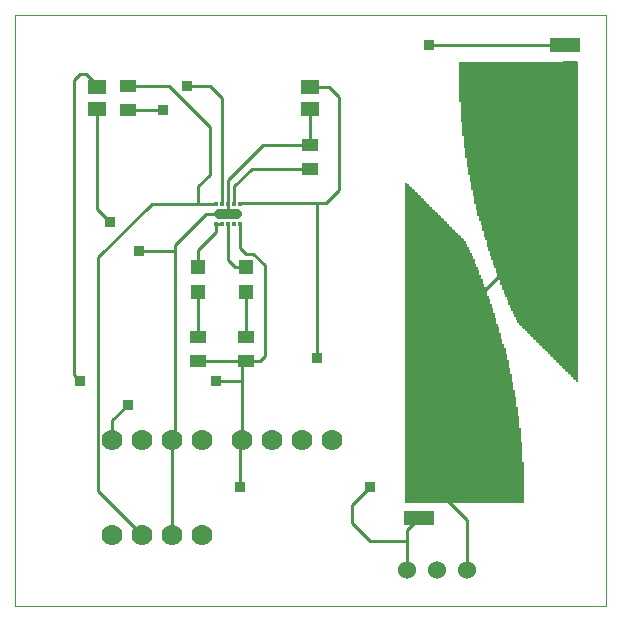
<source format=gtl>
G75*
%MOIN*%
%OFA0B0*%
%FSLAX25Y25*%
%IPPOS*%
%LPD*%
%AMOC8*
5,1,8,0,0,1.08239X$1,22.5*
%
%ADD10C,0.00394*%
%ADD11R,0.05906X0.05118*%
%ADD12C,0.06000*%
%ADD13R,0.04724X0.04724*%
%ADD14R,0.10000X0.05000*%
%ADD15R,0.05512X0.04331*%
%ADD16R,0.05000X0.02500*%
%ADD17C,0.00256*%
%ADD18R,0.01181X0.01378*%
%ADD19C,0.03307*%
%ADD20C,0.07000*%
%ADD21C,0.01000*%
%ADD22R,0.03562X0.03562*%
D10*
X0001197Y0002977D02*
X0198047Y0002977D01*
X0198047Y0199827D01*
X0001197Y0199827D01*
X0001197Y0002977D01*
D11*
X0028559Y0168528D03*
X0028559Y0176008D03*
X0099268Y0176008D03*
X0099268Y0168528D03*
D12*
X0131866Y0014867D03*
X0141866Y0014867D03*
X0151866Y0014867D03*
D13*
X0077969Y0107544D03*
X0077969Y0115812D03*
X0062220Y0115812D03*
X0062220Y0107544D03*
D14*
X0135843Y0032229D03*
X0184268Y0189985D03*
D15*
X0099268Y0156520D03*
X0099268Y0148646D03*
X0077969Y0092347D03*
X0077969Y0084473D03*
X0062220Y0084473D03*
X0062220Y0092347D03*
X0038795Y0168331D03*
X0038795Y0176205D03*
D16*
X0133576Y0038921D03*
X0185904Y0183057D03*
D17*
X0188460Y0183175D02*
X0149090Y0183175D01*
X0149090Y0182921D02*
X0188460Y0182921D01*
X0188460Y0182667D02*
X0149090Y0182667D01*
X0149090Y0182413D02*
X0188460Y0182413D01*
X0188460Y0182159D02*
X0149090Y0182159D01*
X0149090Y0181904D02*
X0188460Y0181904D01*
X0188460Y0181650D02*
X0149090Y0181650D01*
X0149090Y0181396D02*
X0188460Y0181396D01*
X0188460Y0181142D02*
X0149090Y0181142D01*
X0149090Y0180888D02*
X0188460Y0180888D01*
X0188460Y0180634D02*
X0149090Y0180634D01*
X0149090Y0180380D02*
X0188460Y0180380D01*
X0188460Y0180125D02*
X0149090Y0180125D01*
X0149090Y0179871D02*
X0188460Y0179871D01*
X0188460Y0179617D02*
X0149090Y0179617D01*
X0149090Y0179363D02*
X0188460Y0179363D01*
X0188460Y0179109D02*
X0149090Y0179109D01*
X0149090Y0178855D02*
X0188460Y0178855D01*
X0188460Y0178600D02*
X0149090Y0178600D01*
X0149090Y0178346D02*
X0188460Y0178346D01*
X0188460Y0178092D02*
X0149090Y0178092D01*
X0149090Y0177838D02*
X0188460Y0177838D01*
X0188460Y0177584D02*
X0149090Y0177584D01*
X0149090Y0177330D02*
X0188460Y0177330D01*
X0188460Y0177075D02*
X0149090Y0177075D01*
X0149090Y0176821D02*
X0188460Y0176821D01*
X0188460Y0176567D02*
X0149090Y0176567D01*
X0149090Y0176313D02*
X0188460Y0176313D01*
X0188460Y0176059D02*
X0149090Y0176059D01*
X0149090Y0175805D02*
X0188460Y0175805D01*
X0188460Y0175550D02*
X0149090Y0175550D01*
X0149090Y0175296D02*
X0188460Y0175296D01*
X0188460Y0175042D02*
X0149090Y0175042D01*
X0149090Y0174788D02*
X0188460Y0174788D01*
X0188460Y0174534D02*
X0149090Y0174534D01*
X0149090Y0174280D02*
X0188460Y0174280D01*
X0188460Y0174026D02*
X0149090Y0174026D01*
X0149090Y0173771D02*
X0188460Y0173771D01*
X0188460Y0173517D02*
X0149090Y0173517D01*
X0149090Y0173263D02*
X0188460Y0173263D01*
X0188460Y0173009D02*
X0149090Y0173009D01*
X0149090Y0172755D02*
X0188460Y0172755D01*
X0188460Y0172501D02*
X0149090Y0172501D01*
X0149090Y0172246D02*
X0188460Y0172246D01*
X0188460Y0171992D02*
X0149090Y0171992D01*
X0149090Y0171738D02*
X0188460Y0171738D01*
X0188460Y0171484D02*
X0149090Y0171484D01*
X0149090Y0171230D02*
X0188460Y0171230D01*
X0188460Y0170976D02*
X0149602Y0170976D01*
X0149602Y0171041D02*
X0149602Y0164394D01*
X0150113Y0164394D01*
X0150113Y0159793D01*
X0188460Y0159793D01*
X0188460Y0160047D02*
X0150113Y0160047D01*
X0150113Y0160301D02*
X0188460Y0160301D01*
X0188460Y0160555D02*
X0150113Y0160555D01*
X0150113Y0160809D02*
X0188460Y0160809D01*
X0188460Y0161063D02*
X0150113Y0161063D01*
X0150113Y0161318D02*
X0188460Y0161318D01*
X0188460Y0161572D02*
X0150113Y0161572D01*
X0150113Y0161826D02*
X0188460Y0161826D01*
X0188460Y0162080D02*
X0150113Y0162080D01*
X0150113Y0162334D02*
X0188460Y0162334D01*
X0188460Y0162588D02*
X0150113Y0162588D01*
X0150113Y0162843D02*
X0188460Y0162843D01*
X0188460Y0163097D02*
X0150113Y0163097D01*
X0150113Y0163351D02*
X0188460Y0163351D01*
X0188460Y0163605D02*
X0150113Y0163605D01*
X0150113Y0163859D02*
X0188460Y0163859D01*
X0188460Y0164113D02*
X0150113Y0164113D01*
X0150113Y0164368D02*
X0188460Y0164368D01*
X0188460Y0164622D02*
X0149602Y0164622D01*
X0149602Y0164876D02*
X0188460Y0164876D01*
X0188460Y0165130D02*
X0149602Y0165130D01*
X0149602Y0165384D02*
X0188460Y0165384D01*
X0188460Y0165638D02*
X0149602Y0165638D01*
X0149602Y0165892D02*
X0188460Y0165892D01*
X0188460Y0166147D02*
X0149602Y0166147D01*
X0149602Y0166401D02*
X0188460Y0166401D01*
X0188460Y0166655D02*
X0149602Y0166655D01*
X0149602Y0166909D02*
X0188460Y0166909D01*
X0188460Y0167163D02*
X0149602Y0167163D01*
X0149602Y0167417D02*
X0188460Y0167417D01*
X0188460Y0167672D02*
X0149602Y0167672D01*
X0149602Y0167926D02*
X0188460Y0167926D01*
X0188460Y0168180D02*
X0149602Y0168180D01*
X0149602Y0168434D02*
X0188460Y0168434D01*
X0188460Y0168688D02*
X0149602Y0168688D01*
X0149602Y0168942D02*
X0188460Y0168942D01*
X0188460Y0169197D02*
X0149602Y0169197D01*
X0149602Y0169451D02*
X0188460Y0169451D01*
X0188460Y0169705D02*
X0149602Y0169705D01*
X0149602Y0169959D02*
X0188460Y0169959D01*
X0188460Y0170213D02*
X0149602Y0170213D01*
X0149602Y0170467D02*
X0188460Y0170467D01*
X0188460Y0170721D02*
X0149602Y0170721D01*
X0149602Y0171041D02*
X0149090Y0171041D01*
X0149090Y0184335D01*
X0188460Y0184335D01*
X0188460Y0101504D01*
X0188460Y0077985D01*
X0187949Y0077985D01*
X0187949Y0078496D01*
X0187438Y0078496D01*
X0187438Y0079007D01*
X0186926Y0079007D01*
X0186926Y0079518D01*
X0186415Y0079518D01*
X0186415Y0080030D01*
X0185904Y0080030D01*
X0185904Y0080541D01*
X0185393Y0080541D01*
X0185393Y0081052D01*
X0184881Y0081052D01*
X0184881Y0081564D01*
X0184370Y0081564D01*
X0184370Y0082075D01*
X0183859Y0082075D01*
X0183859Y0082586D01*
X0183347Y0082586D01*
X0183347Y0083098D01*
X0182836Y0083098D01*
X0182836Y0083609D01*
X0182325Y0083609D01*
X0182325Y0084120D01*
X0181813Y0084120D01*
X0181813Y0084631D01*
X0181302Y0084631D01*
X0181302Y0085143D01*
X0180791Y0085143D01*
X0180791Y0085654D01*
X0180280Y0085654D01*
X0180280Y0086165D01*
X0179768Y0086165D01*
X0179768Y0086677D01*
X0179257Y0086677D01*
X0179257Y0087188D01*
X0178746Y0087188D01*
X0178746Y0087699D01*
X0178234Y0087699D01*
X0178234Y0088211D01*
X0177723Y0088211D01*
X0177723Y0088722D01*
X0177212Y0088722D01*
X0177212Y0089233D01*
X0176700Y0089233D01*
X0176700Y0089744D01*
X0176189Y0089744D01*
X0176189Y0090256D01*
X0175678Y0090256D01*
X0175678Y0090767D01*
X0175167Y0090767D01*
X0175167Y0091278D01*
X0174655Y0091278D01*
X0174655Y0091790D01*
X0174144Y0091790D01*
X0174144Y0092301D01*
X0173633Y0092301D01*
X0173633Y0092812D01*
X0173121Y0092812D01*
X0173121Y0093324D01*
X0172610Y0093324D01*
X0172610Y0093835D01*
X0172099Y0093835D01*
X0172099Y0094346D01*
X0171587Y0094346D01*
X0171587Y0094857D01*
X0171076Y0094857D01*
X0171076Y0095369D01*
X0170565Y0095369D01*
X0170565Y0095880D01*
X0170054Y0095880D01*
X0170054Y0096391D01*
X0169542Y0096391D01*
X0169542Y0096903D01*
X0169031Y0096903D01*
X0169031Y0097414D01*
X0168520Y0097414D01*
X0168520Y0098437D01*
X0168008Y0098437D01*
X0168008Y0099459D01*
X0167497Y0099459D01*
X0167497Y0100482D01*
X0166986Y0100482D01*
X0166986Y0101504D01*
X0166474Y0101504D01*
X0166474Y0102527D01*
X0165963Y0102527D01*
X0165963Y0103550D01*
X0165452Y0103550D01*
X0165452Y0105083D01*
X0164941Y0105083D01*
X0164941Y0106106D01*
X0164429Y0106106D01*
X0164429Y0107129D01*
X0163918Y0107129D01*
X0163918Y0108663D01*
X0163407Y0108663D01*
X0163407Y0110196D01*
X0162895Y0110196D01*
X0162895Y0111730D01*
X0162384Y0111730D01*
X0162384Y0112753D01*
X0161873Y0112753D01*
X0161873Y0114287D01*
X0161361Y0114287D01*
X0161361Y0115821D01*
X0160850Y0115821D01*
X0160850Y0116843D01*
X0160339Y0116843D01*
X0160339Y0118377D01*
X0159828Y0118377D01*
X0159828Y0119911D01*
X0159316Y0119911D01*
X0159316Y0121445D01*
X0158805Y0121445D01*
X0158805Y0122979D01*
X0158294Y0122979D01*
X0158294Y0125024D01*
X0157782Y0125024D01*
X0157782Y0126047D01*
X0157271Y0126047D01*
X0157271Y0128092D01*
X0156760Y0128092D01*
X0156760Y0130137D01*
X0156248Y0130137D01*
X0156248Y0131671D01*
X0155737Y0131671D01*
X0155737Y0133205D01*
X0155226Y0133205D01*
X0155226Y0135250D01*
X0154715Y0135250D01*
X0154715Y0137295D01*
X0154203Y0137295D01*
X0154203Y0139852D01*
X0153692Y0139852D01*
X0153692Y0141897D01*
X0153181Y0141897D01*
X0153181Y0144454D01*
X0152669Y0144454D01*
X0152669Y0147010D01*
X0152158Y0147010D01*
X0152158Y0149567D01*
X0151647Y0149567D01*
X0151647Y0152634D01*
X0151136Y0152634D01*
X0151136Y0155702D01*
X0150624Y0155702D01*
X0150624Y0159793D01*
X0150113Y0159793D01*
X0150624Y0159539D02*
X0188460Y0159539D01*
X0188460Y0159284D02*
X0150624Y0159284D01*
X0150624Y0159030D02*
X0188460Y0159030D01*
X0188460Y0158776D02*
X0150624Y0158776D01*
X0150624Y0158522D02*
X0188460Y0158522D01*
X0188460Y0158268D02*
X0150624Y0158268D01*
X0150624Y0158014D02*
X0188460Y0158014D01*
X0188460Y0157759D02*
X0150624Y0157759D01*
X0150624Y0157505D02*
X0188460Y0157505D01*
X0188460Y0157251D02*
X0150624Y0157251D01*
X0150624Y0156997D02*
X0188460Y0156997D01*
X0188460Y0156743D02*
X0150624Y0156743D01*
X0150624Y0156489D02*
X0188460Y0156489D01*
X0188460Y0156234D02*
X0150624Y0156234D01*
X0150624Y0155980D02*
X0188460Y0155980D01*
X0188460Y0155726D02*
X0150624Y0155726D01*
X0151136Y0155472D02*
X0188460Y0155472D01*
X0188460Y0155218D02*
X0151136Y0155218D01*
X0151136Y0154964D02*
X0188460Y0154964D01*
X0188460Y0154709D02*
X0151136Y0154709D01*
X0151136Y0154455D02*
X0188460Y0154455D01*
X0188460Y0154201D02*
X0151136Y0154201D01*
X0151136Y0153947D02*
X0188460Y0153947D01*
X0188460Y0153693D02*
X0151136Y0153693D01*
X0151136Y0153439D02*
X0188460Y0153439D01*
X0188460Y0153185D02*
X0151136Y0153185D01*
X0151136Y0152930D02*
X0188460Y0152930D01*
X0188460Y0152676D02*
X0151136Y0152676D01*
X0151647Y0152422D02*
X0188460Y0152422D01*
X0188460Y0152168D02*
X0151647Y0152168D01*
X0151647Y0151914D02*
X0188460Y0151914D01*
X0188460Y0151660D02*
X0151647Y0151660D01*
X0151647Y0151405D02*
X0188460Y0151405D01*
X0188460Y0151151D02*
X0151647Y0151151D01*
X0151647Y0150897D02*
X0188460Y0150897D01*
X0188460Y0150643D02*
X0151647Y0150643D01*
X0151647Y0150389D02*
X0188460Y0150389D01*
X0188460Y0150135D02*
X0151647Y0150135D01*
X0151647Y0149880D02*
X0188460Y0149880D01*
X0188460Y0149626D02*
X0151647Y0149626D01*
X0152158Y0149372D02*
X0188460Y0149372D01*
X0188460Y0149118D02*
X0152158Y0149118D01*
X0152158Y0148864D02*
X0188460Y0148864D01*
X0188460Y0148610D02*
X0152158Y0148610D01*
X0152158Y0148356D02*
X0188460Y0148356D01*
X0188460Y0148101D02*
X0152158Y0148101D01*
X0152158Y0147847D02*
X0188460Y0147847D01*
X0188460Y0147593D02*
X0152158Y0147593D01*
X0152158Y0147339D02*
X0188460Y0147339D01*
X0188460Y0147085D02*
X0152158Y0147085D01*
X0152669Y0146831D02*
X0188460Y0146831D01*
X0188460Y0146576D02*
X0152669Y0146576D01*
X0152669Y0146322D02*
X0188460Y0146322D01*
X0188460Y0146068D02*
X0152669Y0146068D01*
X0152669Y0145814D02*
X0188460Y0145814D01*
X0188460Y0145560D02*
X0152669Y0145560D01*
X0152669Y0145306D02*
X0188460Y0145306D01*
X0188460Y0145051D02*
X0152669Y0145051D01*
X0152669Y0144797D02*
X0188460Y0144797D01*
X0188460Y0144543D02*
X0152669Y0144543D01*
X0153181Y0144289D02*
X0188460Y0144289D01*
X0188460Y0144035D02*
X0153181Y0144035D01*
X0153181Y0143781D02*
X0188460Y0143781D01*
X0188460Y0143527D02*
X0153181Y0143527D01*
X0153181Y0143272D02*
X0188460Y0143272D01*
X0188460Y0143018D02*
X0153181Y0143018D01*
X0153181Y0142764D02*
X0188460Y0142764D01*
X0188460Y0142510D02*
X0153181Y0142510D01*
X0153181Y0142256D02*
X0188460Y0142256D01*
X0188460Y0142002D02*
X0153181Y0142002D01*
X0153692Y0141747D02*
X0188460Y0141747D01*
X0188460Y0141493D02*
X0153692Y0141493D01*
X0153692Y0141239D02*
X0188460Y0141239D01*
X0188460Y0140985D02*
X0153692Y0140985D01*
X0153692Y0140731D02*
X0188460Y0140731D01*
X0188460Y0140477D02*
X0153692Y0140477D01*
X0153692Y0140222D02*
X0188460Y0140222D01*
X0188460Y0139968D02*
X0153692Y0139968D01*
X0154203Y0139714D02*
X0188460Y0139714D01*
X0188460Y0139460D02*
X0154203Y0139460D01*
X0154203Y0139206D02*
X0188460Y0139206D01*
X0188460Y0138952D02*
X0154203Y0138952D01*
X0154203Y0138698D02*
X0188460Y0138698D01*
X0188460Y0138443D02*
X0154203Y0138443D01*
X0154203Y0138189D02*
X0188460Y0138189D01*
X0188460Y0137935D02*
X0154203Y0137935D01*
X0154203Y0137681D02*
X0188460Y0137681D01*
X0188460Y0137427D02*
X0154203Y0137427D01*
X0154715Y0137173D02*
X0188460Y0137173D01*
X0188460Y0136918D02*
X0154715Y0136918D01*
X0154715Y0136664D02*
X0188460Y0136664D01*
X0188460Y0136410D02*
X0154715Y0136410D01*
X0154715Y0136156D02*
X0188460Y0136156D01*
X0188460Y0135902D02*
X0154715Y0135902D01*
X0154715Y0135648D02*
X0188460Y0135648D01*
X0188460Y0135393D02*
X0154715Y0135393D01*
X0155226Y0135139D02*
X0188460Y0135139D01*
X0188460Y0134885D02*
X0155226Y0134885D01*
X0155226Y0134631D02*
X0188460Y0134631D01*
X0188460Y0134377D02*
X0155226Y0134377D01*
X0155226Y0134123D02*
X0188460Y0134123D01*
X0188460Y0133869D02*
X0155226Y0133869D01*
X0155226Y0133614D02*
X0188460Y0133614D01*
X0188460Y0133360D02*
X0155226Y0133360D01*
X0155737Y0133106D02*
X0188460Y0133106D01*
X0188460Y0132852D02*
X0155737Y0132852D01*
X0155737Y0132598D02*
X0188460Y0132598D01*
X0188460Y0132344D02*
X0155737Y0132344D01*
X0155737Y0132089D02*
X0188460Y0132089D01*
X0188460Y0131835D02*
X0155737Y0131835D01*
X0156248Y0131581D02*
X0188460Y0131581D01*
X0188460Y0131327D02*
X0156248Y0131327D01*
X0156248Y0131073D02*
X0188460Y0131073D01*
X0188460Y0130819D02*
X0156248Y0130819D01*
X0156248Y0130564D02*
X0188460Y0130564D01*
X0188460Y0130310D02*
X0156248Y0130310D01*
X0156760Y0130056D02*
X0188460Y0130056D01*
X0188460Y0129802D02*
X0156760Y0129802D01*
X0156760Y0129548D02*
X0188460Y0129548D01*
X0188460Y0129294D02*
X0156760Y0129294D01*
X0156760Y0129039D02*
X0188460Y0129039D01*
X0188460Y0128785D02*
X0156760Y0128785D01*
X0156760Y0128531D02*
X0188460Y0128531D01*
X0188460Y0128277D02*
X0156760Y0128277D01*
X0157271Y0128023D02*
X0188460Y0128023D01*
X0188460Y0127769D02*
X0157271Y0127769D01*
X0157271Y0127515D02*
X0188460Y0127515D01*
X0188460Y0127260D02*
X0157271Y0127260D01*
X0157271Y0127006D02*
X0188460Y0127006D01*
X0188460Y0126752D02*
X0157271Y0126752D01*
X0157271Y0126498D02*
X0188460Y0126498D01*
X0188460Y0126244D02*
X0157271Y0126244D01*
X0157782Y0125990D02*
X0188460Y0125990D01*
X0188460Y0125735D02*
X0157782Y0125735D01*
X0157782Y0125481D02*
X0188460Y0125481D01*
X0188460Y0125227D02*
X0157782Y0125227D01*
X0158294Y0124973D02*
X0188460Y0124973D01*
X0188460Y0124719D02*
X0158294Y0124719D01*
X0158294Y0124465D02*
X0188460Y0124465D01*
X0188460Y0124210D02*
X0158294Y0124210D01*
X0158294Y0123956D02*
X0188460Y0123956D01*
X0188460Y0123702D02*
X0158294Y0123702D01*
X0158294Y0123448D02*
X0188460Y0123448D01*
X0188460Y0123194D02*
X0158294Y0123194D01*
X0158805Y0122940D02*
X0188460Y0122940D01*
X0188460Y0122686D02*
X0158805Y0122686D01*
X0158805Y0122431D02*
X0188460Y0122431D01*
X0188460Y0122177D02*
X0158805Y0122177D01*
X0158805Y0121923D02*
X0188460Y0121923D01*
X0188460Y0121669D02*
X0158805Y0121669D01*
X0159316Y0121415D02*
X0188460Y0121415D01*
X0188460Y0121161D02*
X0159316Y0121161D01*
X0159316Y0120906D02*
X0188460Y0120906D01*
X0188460Y0120652D02*
X0159316Y0120652D01*
X0159316Y0120398D02*
X0188460Y0120398D01*
X0188460Y0120144D02*
X0159316Y0120144D01*
X0159828Y0119890D02*
X0188460Y0119890D01*
X0188460Y0119636D02*
X0159828Y0119636D01*
X0159828Y0119381D02*
X0188460Y0119381D01*
X0188460Y0119127D02*
X0159828Y0119127D01*
X0159828Y0118873D02*
X0188460Y0118873D01*
X0188460Y0118619D02*
X0159828Y0118619D01*
X0160339Y0118365D02*
X0188460Y0118365D01*
X0188460Y0118111D02*
X0160339Y0118111D01*
X0160339Y0117857D02*
X0188460Y0117857D01*
X0188460Y0117602D02*
X0160339Y0117602D01*
X0160339Y0117348D02*
X0188460Y0117348D01*
X0188460Y0117094D02*
X0160339Y0117094D01*
X0160850Y0116840D02*
X0188460Y0116840D01*
X0188460Y0116586D02*
X0160850Y0116586D01*
X0160850Y0116332D02*
X0188460Y0116332D01*
X0188460Y0116077D02*
X0160850Y0116077D01*
X0160850Y0115823D02*
X0188460Y0115823D01*
X0188460Y0115569D02*
X0161361Y0115569D01*
X0161361Y0115315D02*
X0188460Y0115315D01*
X0188460Y0115061D02*
X0161361Y0115061D01*
X0161361Y0114807D02*
X0188460Y0114807D01*
X0188460Y0114552D02*
X0161361Y0114552D01*
X0161361Y0114298D02*
X0188460Y0114298D01*
X0188460Y0114044D02*
X0161873Y0114044D01*
X0161873Y0113790D02*
X0188460Y0113790D01*
X0188460Y0113536D02*
X0161873Y0113536D01*
X0161873Y0113282D02*
X0188460Y0113282D01*
X0188460Y0113028D02*
X0161873Y0113028D01*
X0161873Y0112773D02*
X0188460Y0112773D01*
X0188460Y0112519D02*
X0162384Y0112519D01*
X0162384Y0112265D02*
X0188460Y0112265D01*
X0188460Y0112011D02*
X0162384Y0112011D01*
X0162384Y0111757D02*
X0188460Y0111757D01*
X0188460Y0111503D02*
X0162895Y0111503D01*
X0162895Y0111248D02*
X0188460Y0111248D01*
X0188460Y0110994D02*
X0162895Y0110994D01*
X0162895Y0110740D02*
X0188460Y0110740D01*
X0188460Y0110486D02*
X0162895Y0110486D01*
X0162895Y0110232D02*
X0188460Y0110232D01*
X0188460Y0109978D02*
X0163407Y0109978D01*
X0163407Y0109723D02*
X0188460Y0109723D01*
X0188460Y0109469D02*
X0163407Y0109469D01*
X0163407Y0109215D02*
X0188460Y0109215D01*
X0188460Y0108961D02*
X0163407Y0108961D01*
X0163407Y0108707D02*
X0188460Y0108707D01*
X0188460Y0108453D02*
X0163918Y0108453D01*
X0163918Y0108198D02*
X0188460Y0108198D01*
X0188460Y0107944D02*
X0163918Y0107944D01*
X0163918Y0107690D02*
X0188460Y0107690D01*
X0188460Y0107436D02*
X0163918Y0107436D01*
X0163918Y0107182D02*
X0188460Y0107182D01*
X0188460Y0106928D02*
X0164429Y0106928D01*
X0164429Y0106674D02*
X0188460Y0106674D01*
X0188460Y0106419D02*
X0164429Y0106419D01*
X0164429Y0106165D02*
X0188460Y0106165D01*
X0188460Y0105911D02*
X0164941Y0105911D01*
X0164941Y0105657D02*
X0188460Y0105657D01*
X0188460Y0105403D02*
X0164941Y0105403D01*
X0164941Y0105149D02*
X0188460Y0105149D01*
X0188460Y0104894D02*
X0165452Y0104894D01*
X0165452Y0104640D02*
X0188460Y0104640D01*
X0188460Y0104386D02*
X0165452Y0104386D01*
X0165452Y0104132D02*
X0188460Y0104132D01*
X0188460Y0103878D02*
X0165452Y0103878D01*
X0165452Y0103624D02*
X0188460Y0103624D01*
X0188460Y0103369D02*
X0165963Y0103369D01*
X0165963Y0103115D02*
X0188460Y0103115D01*
X0188460Y0102861D02*
X0165963Y0102861D01*
X0165963Y0102607D02*
X0188460Y0102607D01*
X0188460Y0102353D02*
X0166474Y0102353D01*
X0166474Y0102099D02*
X0188460Y0102099D01*
X0188460Y0101845D02*
X0166474Y0101845D01*
X0166474Y0101590D02*
X0188460Y0101590D01*
X0188460Y0101336D02*
X0166986Y0101336D01*
X0166986Y0101082D02*
X0188460Y0101082D01*
X0188460Y0100828D02*
X0166986Y0100828D01*
X0166986Y0100574D02*
X0188460Y0100574D01*
X0188460Y0100320D02*
X0167497Y0100320D01*
X0167497Y0100065D02*
X0188460Y0100065D01*
X0188460Y0099811D02*
X0167497Y0099811D01*
X0167497Y0099557D02*
X0188460Y0099557D01*
X0188460Y0099303D02*
X0168008Y0099303D01*
X0168008Y0099049D02*
X0188460Y0099049D01*
X0188460Y0098795D02*
X0168008Y0098795D01*
X0168008Y0098540D02*
X0188460Y0098540D01*
X0188460Y0098286D02*
X0168520Y0098286D01*
X0168520Y0098032D02*
X0188460Y0098032D01*
X0188460Y0097778D02*
X0168520Y0097778D01*
X0168520Y0097524D02*
X0188460Y0097524D01*
X0188460Y0097270D02*
X0169031Y0097270D01*
X0169031Y0097016D02*
X0188460Y0097016D01*
X0188460Y0096761D02*
X0169542Y0096761D01*
X0169542Y0096507D02*
X0188460Y0096507D01*
X0188460Y0096253D02*
X0170054Y0096253D01*
X0170054Y0095999D02*
X0188460Y0095999D01*
X0188460Y0095745D02*
X0170565Y0095745D01*
X0170565Y0095491D02*
X0188460Y0095491D01*
X0188460Y0095236D02*
X0171076Y0095236D01*
X0171076Y0094982D02*
X0188460Y0094982D01*
X0188460Y0094728D02*
X0171587Y0094728D01*
X0171587Y0094474D02*
X0188460Y0094474D01*
X0188460Y0094220D02*
X0172099Y0094220D01*
X0172099Y0093966D02*
X0188460Y0093966D01*
X0188460Y0093711D02*
X0172610Y0093711D01*
X0172610Y0093457D02*
X0188460Y0093457D01*
X0188460Y0093203D02*
X0173121Y0093203D01*
X0173121Y0092949D02*
X0188460Y0092949D01*
X0188460Y0092695D02*
X0173633Y0092695D01*
X0173633Y0092441D02*
X0188460Y0092441D01*
X0188460Y0092187D02*
X0174144Y0092187D01*
X0174144Y0091932D02*
X0188460Y0091932D01*
X0188460Y0091678D02*
X0174655Y0091678D01*
X0174655Y0091424D02*
X0188460Y0091424D01*
X0188460Y0091170D02*
X0175167Y0091170D01*
X0175167Y0090916D02*
X0188460Y0090916D01*
X0188460Y0090662D02*
X0175678Y0090662D01*
X0175678Y0090407D02*
X0188460Y0090407D01*
X0188460Y0090153D02*
X0176189Y0090153D01*
X0176189Y0089899D02*
X0188460Y0089899D01*
X0188460Y0089645D02*
X0176700Y0089645D01*
X0176700Y0089391D02*
X0188460Y0089391D01*
X0188460Y0089137D02*
X0177212Y0089137D01*
X0177212Y0088882D02*
X0188460Y0088882D01*
X0188460Y0088628D02*
X0177723Y0088628D01*
X0177723Y0088374D02*
X0188460Y0088374D01*
X0188460Y0088120D02*
X0178234Y0088120D01*
X0178234Y0087866D02*
X0188460Y0087866D01*
X0188460Y0087612D02*
X0178746Y0087612D01*
X0178746Y0087358D02*
X0188460Y0087358D01*
X0188460Y0087103D02*
X0179257Y0087103D01*
X0179257Y0086849D02*
X0188460Y0086849D01*
X0188460Y0086595D02*
X0179768Y0086595D01*
X0179768Y0086341D02*
X0188460Y0086341D01*
X0188460Y0086087D02*
X0180280Y0086087D01*
X0180280Y0085833D02*
X0188460Y0085833D01*
X0188460Y0085578D02*
X0180791Y0085578D01*
X0180791Y0085324D02*
X0188460Y0085324D01*
X0188460Y0085070D02*
X0181302Y0085070D01*
X0181302Y0084816D02*
X0188460Y0084816D01*
X0188460Y0084562D02*
X0181813Y0084562D01*
X0181813Y0084308D02*
X0188460Y0084308D01*
X0188460Y0084053D02*
X0182325Y0084053D01*
X0182325Y0083799D02*
X0188460Y0083799D01*
X0188460Y0083545D02*
X0182836Y0083545D01*
X0182836Y0083291D02*
X0188460Y0083291D01*
X0188460Y0083037D02*
X0183347Y0083037D01*
X0183347Y0082783D02*
X0188460Y0082783D01*
X0188460Y0082528D02*
X0183859Y0082528D01*
X0183859Y0082274D02*
X0188460Y0082274D01*
X0188460Y0082020D02*
X0184370Y0082020D01*
X0184370Y0081766D02*
X0188460Y0081766D01*
X0188460Y0081512D02*
X0184881Y0081512D01*
X0184881Y0081258D02*
X0188460Y0081258D01*
X0188460Y0081004D02*
X0185393Y0081004D01*
X0185393Y0080749D02*
X0188460Y0080749D01*
X0188460Y0080495D02*
X0185904Y0080495D01*
X0185904Y0080241D02*
X0188460Y0080241D01*
X0188460Y0079987D02*
X0186415Y0079987D01*
X0186415Y0079733D02*
X0188460Y0079733D01*
X0188460Y0079479D02*
X0186926Y0079479D01*
X0186926Y0079224D02*
X0188460Y0079224D01*
X0188460Y0078970D02*
X0187438Y0078970D01*
X0187438Y0078716D02*
X0188460Y0078716D01*
X0188460Y0078462D02*
X0187949Y0078462D01*
X0187949Y0078208D02*
X0188460Y0078208D01*
X0169367Y0062185D02*
X0168856Y0062185D01*
X0168856Y0066275D01*
X0168345Y0066275D01*
X0168345Y0069343D01*
X0167834Y0069343D01*
X0167834Y0072411D01*
X0167322Y0072411D01*
X0167322Y0074967D01*
X0166811Y0074967D01*
X0166811Y0077524D01*
X0166300Y0077524D01*
X0166300Y0080080D01*
X0165788Y0080080D01*
X0165788Y0082126D01*
X0165277Y0082126D01*
X0165277Y0084682D01*
X0164766Y0084682D01*
X0164766Y0086727D01*
X0164254Y0086727D01*
X0164254Y0088772D01*
X0163743Y0088772D01*
X0163743Y0090306D01*
X0163232Y0090306D01*
X0163232Y0091840D01*
X0162721Y0091840D01*
X0162721Y0093885D01*
X0162209Y0093885D01*
X0162209Y0095931D01*
X0161698Y0095931D01*
X0161698Y0096953D01*
X0161187Y0096953D01*
X0161187Y0098998D01*
X0160675Y0098998D01*
X0160675Y0100532D01*
X0160164Y0100532D01*
X0160164Y0102066D01*
X0159653Y0102066D01*
X0159653Y0103600D01*
X0159141Y0103600D01*
X0159141Y0105134D01*
X0158630Y0105134D01*
X0158630Y0106157D01*
X0158119Y0106157D01*
X0158119Y0107691D01*
X0157608Y0107691D01*
X0157608Y0109224D01*
X0157096Y0109224D01*
X0157096Y0110247D01*
X0156585Y0110247D01*
X0156585Y0111781D01*
X0156074Y0111781D01*
X0156074Y0113315D01*
X0155562Y0113315D01*
X0155562Y0114849D01*
X0155051Y0114849D01*
X0155051Y0115871D01*
X0154540Y0115871D01*
X0154540Y0116894D01*
X0154028Y0116894D01*
X0154028Y0118428D01*
X0153517Y0118428D01*
X0153517Y0119450D01*
X0153006Y0119450D01*
X0153006Y0120473D01*
X0152495Y0120473D01*
X0152495Y0121496D01*
X0151983Y0121496D01*
X0151983Y0122518D01*
X0151472Y0122518D01*
X0151472Y0123541D01*
X0150961Y0123541D01*
X0150961Y0124563D01*
X0150449Y0124563D01*
X0150449Y0125075D01*
X0149938Y0125075D01*
X0149938Y0125586D01*
X0149427Y0125586D01*
X0149427Y0126097D01*
X0148915Y0126097D01*
X0148915Y0126609D01*
X0148404Y0126609D01*
X0148404Y0127120D01*
X0147893Y0127120D01*
X0147893Y0127631D01*
X0147382Y0127631D01*
X0147382Y0128143D01*
X0146870Y0128143D01*
X0146870Y0128654D01*
X0146359Y0128654D01*
X0146359Y0129165D01*
X0145848Y0129165D01*
X0145848Y0129676D01*
X0145336Y0129676D01*
X0145336Y0130188D01*
X0144825Y0130188D01*
X0144825Y0130699D01*
X0144314Y0130699D01*
X0144314Y0131210D01*
X0143802Y0131210D01*
X0143802Y0131722D01*
X0143291Y0131722D01*
X0143291Y0132233D01*
X0142780Y0132233D01*
X0142780Y0132744D01*
X0142269Y0132744D01*
X0142269Y0133256D01*
X0141757Y0133256D01*
X0141757Y0133767D01*
X0141246Y0133767D01*
X0141246Y0134278D01*
X0140735Y0134278D01*
X0140735Y0134789D01*
X0140223Y0134789D01*
X0140223Y0135301D01*
X0139712Y0135301D01*
X0139712Y0135812D01*
X0139201Y0135812D01*
X0139201Y0136323D01*
X0138689Y0136323D01*
X0138689Y0136835D01*
X0138178Y0136835D01*
X0138178Y0137346D01*
X0137667Y0137346D01*
X0137667Y0137857D01*
X0137156Y0137857D01*
X0137156Y0138369D01*
X0136644Y0138369D01*
X0136644Y0138880D01*
X0136133Y0138880D01*
X0136133Y0139391D01*
X0135622Y0139391D01*
X0135622Y0139902D01*
X0135110Y0139902D01*
X0135110Y0140414D01*
X0134599Y0140414D01*
X0134599Y0140925D01*
X0134088Y0140925D01*
X0134088Y0141436D01*
X0133576Y0141436D01*
X0133576Y0141948D01*
X0133065Y0141948D01*
X0133065Y0142459D01*
X0132554Y0142459D01*
X0132554Y0142970D01*
X0132043Y0142970D01*
X0132043Y0143482D01*
X0131531Y0143482D01*
X0131531Y0143993D01*
X0131020Y0143993D01*
X0131020Y0120473D01*
X0131020Y0037643D01*
X0170390Y0037643D01*
X0170390Y0050936D01*
X0169879Y0050936D01*
X0169879Y0057583D01*
X0169367Y0057583D01*
X0169367Y0062185D01*
X0169367Y0061942D02*
X0131020Y0061942D01*
X0131020Y0062196D02*
X0168856Y0062196D01*
X0168856Y0062450D02*
X0131020Y0062450D01*
X0131020Y0062704D02*
X0168856Y0062704D01*
X0168856Y0062958D02*
X0131020Y0062958D01*
X0131020Y0063212D02*
X0168856Y0063212D01*
X0168856Y0063467D02*
X0131020Y0063467D01*
X0131020Y0063721D02*
X0168856Y0063721D01*
X0168856Y0063975D02*
X0131020Y0063975D01*
X0131020Y0064229D02*
X0168856Y0064229D01*
X0168856Y0064483D02*
X0131020Y0064483D01*
X0131020Y0064737D02*
X0168856Y0064737D01*
X0168856Y0064992D02*
X0131020Y0064992D01*
X0131020Y0065246D02*
X0168856Y0065246D01*
X0168856Y0065500D02*
X0131020Y0065500D01*
X0131020Y0065754D02*
X0168856Y0065754D01*
X0168856Y0066008D02*
X0131020Y0066008D01*
X0131020Y0066262D02*
X0168856Y0066262D01*
X0168345Y0066517D02*
X0131020Y0066517D01*
X0131020Y0066771D02*
X0168345Y0066771D01*
X0168345Y0067025D02*
X0131020Y0067025D01*
X0131020Y0067279D02*
X0168345Y0067279D01*
X0168345Y0067533D02*
X0131020Y0067533D01*
X0131020Y0067787D02*
X0168345Y0067787D01*
X0168345Y0068041D02*
X0131020Y0068041D01*
X0131020Y0068296D02*
X0168345Y0068296D01*
X0168345Y0068550D02*
X0131020Y0068550D01*
X0131020Y0068804D02*
X0168345Y0068804D01*
X0168345Y0069058D02*
X0131020Y0069058D01*
X0131020Y0069312D02*
X0168345Y0069312D01*
X0167834Y0069566D02*
X0131020Y0069566D01*
X0131020Y0069821D02*
X0167834Y0069821D01*
X0167834Y0070075D02*
X0131020Y0070075D01*
X0131020Y0070329D02*
X0167834Y0070329D01*
X0167834Y0070583D02*
X0131020Y0070583D01*
X0131020Y0070837D02*
X0167834Y0070837D01*
X0167834Y0071091D02*
X0131020Y0071091D01*
X0131020Y0071346D02*
X0167834Y0071346D01*
X0167834Y0071600D02*
X0131020Y0071600D01*
X0131020Y0071854D02*
X0167834Y0071854D01*
X0167834Y0072108D02*
X0131020Y0072108D01*
X0131020Y0072362D02*
X0167834Y0072362D01*
X0167322Y0072616D02*
X0131020Y0072616D01*
X0131020Y0072870D02*
X0167322Y0072870D01*
X0167322Y0073125D02*
X0131020Y0073125D01*
X0131020Y0073379D02*
X0167322Y0073379D01*
X0167322Y0073633D02*
X0131020Y0073633D01*
X0131020Y0073887D02*
X0167322Y0073887D01*
X0167322Y0074141D02*
X0131020Y0074141D01*
X0131020Y0074395D02*
X0167322Y0074395D01*
X0167322Y0074650D02*
X0131020Y0074650D01*
X0131020Y0074904D02*
X0167322Y0074904D01*
X0166811Y0075158D02*
X0131020Y0075158D01*
X0131020Y0075412D02*
X0166811Y0075412D01*
X0166811Y0075666D02*
X0131020Y0075666D01*
X0131020Y0075920D02*
X0166811Y0075920D01*
X0166811Y0076175D02*
X0131020Y0076175D01*
X0131020Y0076429D02*
X0166811Y0076429D01*
X0166811Y0076683D02*
X0131020Y0076683D01*
X0131020Y0076937D02*
X0166811Y0076937D01*
X0166811Y0077191D02*
X0131020Y0077191D01*
X0131020Y0077445D02*
X0166811Y0077445D01*
X0166300Y0077699D02*
X0131020Y0077699D01*
X0131020Y0077954D02*
X0166300Y0077954D01*
X0166300Y0078208D02*
X0131020Y0078208D01*
X0131020Y0078462D02*
X0166300Y0078462D01*
X0166300Y0078716D02*
X0131020Y0078716D01*
X0131020Y0078970D02*
X0166300Y0078970D01*
X0166300Y0079224D02*
X0131020Y0079224D01*
X0131020Y0079479D02*
X0166300Y0079479D01*
X0166300Y0079733D02*
X0131020Y0079733D01*
X0131020Y0079987D02*
X0166300Y0079987D01*
X0165788Y0080241D02*
X0131020Y0080241D01*
X0131020Y0080495D02*
X0165788Y0080495D01*
X0165788Y0080749D02*
X0131020Y0080749D01*
X0131020Y0081004D02*
X0165788Y0081004D01*
X0165788Y0081258D02*
X0131020Y0081258D01*
X0131020Y0081512D02*
X0165788Y0081512D01*
X0165788Y0081766D02*
X0131020Y0081766D01*
X0131020Y0082020D02*
X0165788Y0082020D01*
X0165277Y0082274D02*
X0131020Y0082274D01*
X0131020Y0082528D02*
X0165277Y0082528D01*
X0165277Y0082783D02*
X0131020Y0082783D01*
X0131020Y0083037D02*
X0165277Y0083037D01*
X0165277Y0083291D02*
X0131020Y0083291D01*
X0131020Y0083545D02*
X0165277Y0083545D01*
X0165277Y0083799D02*
X0131020Y0083799D01*
X0131020Y0084053D02*
X0165277Y0084053D01*
X0165277Y0084308D02*
X0131020Y0084308D01*
X0131020Y0084562D02*
X0165277Y0084562D01*
X0164766Y0084816D02*
X0131020Y0084816D01*
X0131020Y0085070D02*
X0164766Y0085070D01*
X0164766Y0085324D02*
X0131020Y0085324D01*
X0131020Y0085578D02*
X0164766Y0085578D01*
X0164766Y0085833D02*
X0131020Y0085833D01*
X0131020Y0086087D02*
X0164766Y0086087D01*
X0164766Y0086341D02*
X0131020Y0086341D01*
X0131020Y0086595D02*
X0164766Y0086595D01*
X0164254Y0086849D02*
X0131020Y0086849D01*
X0131020Y0087103D02*
X0164254Y0087103D01*
X0164254Y0087358D02*
X0131020Y0087358D01*
X0131020Y0087612D02*
X0164254Y0087612D01*
X0164254Y0087866D02*
X0131020Y0087866D01*
X0131020Y0088120D02*
X0164254Y0088120D01*
X0164254Y0088374D02*
X0131020Y0088374D01*
X0131020Y0088628D02*
X0164254Y0088628D01*
X0163743Y0088882D02*
X0131020Y0088882D01*
X0131020Y0089137D02*
X0163743Y0089137D01*
X0163743Y0089391D02*
X0131020Y0089391D01*
X0131020Y0089645D02*
X0163743Y0089645D01*
X0163743Y0089899D02*
X0131020Y0089899D01*
X0131020Y0090153D02*
X0163743Y0090153D01*
X0163232Y0090407D02*
X0131020Y0090407D01*
X0131020Y0090662D02*
X0163232Y0090662D01*
X0163232Y0090916D02*
X0131020Y0090916D01*
X0131020Y0091170D02*
X0163232Y0091170D01*
X0163232Y0091424D02*
X0131020Y0091424D01*
X0131020Y0091678D02*
X0163232Y0091678D01*
X0162721Y0091932D02*
X0131020Y0091932D01*
X0131020Y0092187D02*
X0162721Y0092187D01*
X0162721Y0092441D02*
X0131020Y0092441D01*
X0131020Y0092695D02*
X0162721Y0092695D01*
X0162721Y0092949D02*
X0131020Y0092949D01*
X0131020Y0093203D02*
X0162721Y0093203D01*
X0162721Y0093457D02*
X0131020Y0093457D01*
X0131020Y0093711D02*
X0162721Y0093711D01*
X0162209Y0093966D02*
X0131020Y0093966D01*
X0131020Y0094220D02*
X0162209Y0094220D01*
X0162209Y0094474D02*
X0131020Y0094474D01*
X0131020Y0094728D02*
X0162209Y0094728D01*
X0162209Y0094982D02*
X0131020Y0094982D01*
X0131020Y0095236D02*
X0162209Y0095236D01*
X0162209Y0095491D02*
X0131020Y0095491D01*
X0131020Y0095745D02*
X0162209Y0095745D01*
X0161698Y0095999D02*
X0131020Y0095999D01*
X0131020Y0096253D02*
X0161698Y0096253D01*
X0161698Y0096507D02*
X0131020Y0096507D01*
X0131020Y0096761D02*
X0161698Y0096761D01*
X0161187Y0097016D02*
X0131020Y0097016D01*
X0131020Y0097270D02*
X0161187Y0097270D01*
X0161187Y0097524D02*
X0131020Y0097524D01*
X0131020Y0097778D02*
X0161187Y0097778D01*
X0161187Y0098032D02*
X0131020Y0098032D01*
X0131020Y0098286D02*
X0161187Y0098286D01*
X0161187Y0098540D02*
X0131020Y0098540D01*
X0131020Y0098795D02*
X0161187Y0098795D01*
X0160675Y0099049D02*
X0131020Y0099049D01*
X0131020Y0099303D02*
X0160675Y0099303D01*
X0160675Y0099557D02*
X0131020Y0099557D01*
X0131020Y0099811D02*
X0160675Y0099811D01*
X0160675Y0100065D02*
X0131020Y0100065D01*
X0131020Y0100320D02*
X0160675Y0100320D01*
X0160164Y0100574D02*
X0131020Y0100574D01*
X0131020Y0100828D02*
X0160164Y0100828D01*
X0160164Y0101082D02*
X0131020Y0101082D01*
X0131020Y0101336D02*
X0160164Y0101336D01*
X0160164Y0101590D02*
X0131020Y0101590D01*
X0131020Y0101845D02*
X0160164Y0101845D01*
X0159653Y0102099D02*
X0131020Y0102099D01*
X0131020Y0102353D02*
X0159653Y0102353D01*
X0159653Y0102607D02*
X0131020Y0102607D01*
X0131020Y0102861D02*
X0159653Y0102861D01*
X0159653Y0103115D02*
X0131020Y0103115D01*
X0131020Y0103369D02*
X0159653Y0103369D01*
X0159141Y0103624D02*
X0131020Y0103624D01*
X0131020Y0103878D02*
X0159141Y0103878D01*
X0159141Y0104132D02*
X0131020Y0104132D01*
X0131020Y0104386D02*
X0159141Y0104386D01*
X0159141Y0104640D02*
X0131020Y0104640D01*
X0131020Y0104894D02*
X0159141Y0104894D01*
X0158630Y0105149D02*
X0131020Y0105149D01*
X0131020Y0105403D02*
X0158630Y0105403D01*
X0158630Y0105657D02*
X0131020Y0105657D01*
X0131020Y0105911D02*
X0158630Y0105911D01*
X0158119Y0106165D02*
X0131020Y0106165D01*
X0131020Y0106419D02*
X0158119Y0106419D01*
X0158119Y0106674D02*
X0131020Y0106674D01*
X0131020Y0106928D02*
X0158119Y0106928D01*
X0158119Y0107182D02*
X0131020Y0107182D01*
X0131020Y0107436D02*
X0158119Y0107436D01*
X0158119Y0107690D02*
X0131020Y0107690D01*
X0131020Y0107944D02*
X0157608Y0107944D01*
X0157608Y0108198D02*
X0131020Y0108198D01*
X0131020Y0108453D02*
X0157608Y0108453D01*
X0157608Y0108707D02*
X0131020Y0108707D01*
X0131020Y0108961D02*
X0157608Y0108961D01*
X0157608Y0109215D02*
X0131020Y0109215D01*
X0131020Y0109469D02*
X0157096Y0109469D01*
X0157096Y0109723D02*
X0131020Y0109723D01*
X0131020Y0109978D02*
X0157096Y0109978D01*
X0157096Y0110232D02*
X0131020Y0110232D01*
X0131020Y0110486D02*
X0156585Y0110486D01*
X0156585Y0110740D02*
X0131020Y0110740D01*
X0131020Y0110994D02*
X0156585Y0110994D01*
X0156585Y0111248D02*
X0131020Y0111248D01*
X0131020Y0111503D02*
X0156585Y0111503D01*
X0156585Y0111757D02*
X0131020Y0111757D01*
X0131020Y0112011D02*
X0156074Y0112011D01*
X0156074Y0112265D02*
X0131020Y0112265D01*
X0131020Y0112519D02*
X0156074Y0112519D01*
X0156074Y0112773D02*
X0131020Y0112773D01*
X0131020Y0113028D02*
X0156074Y0113028D01*
X0156074Y0113282D02*
X0131020Y0113282D01*
X0131020Y0113536D02*
X0155562Y0113536D01*
X0155562Y0113790D02*
X0131020Y0113790D01*
X0131020Y0114044D02*
X0155562Y0114044D01*
X0155562Y0114298D02*
X0131020Y0114298D01*
X0131020Y0114552D02*
X0155562Y0114552D01*
X0155562Y0114807D02*
X0131020Y0114807D01*
X0131020Y0115061D02*
X0155051Y0115061D01*
X0155051Y0115315D02*
X0131020Y0115315D01*
X0131020Y0115569D02*
X0155051Y0115569D01*
X0155051Y0115823D02*
X0131020Y0115823D01*
X0131020Y0116077D02*
X0154540Y0116077D01*
X0154540Y0116332D02*
X0131020Y0116332D01*
X0131020Y0116586D02*
X0154540Y0116586D01*
X0154540Y0116840D02*
X0131020Y0116840D01*
X0131020Y0117094D02*
X0154028Y0117094D01*
X0154028Y0117348D02*
X0131020Y0117348D01*
X0131020Y0117602D02*
X0154028Y0117602D01*
X0154028Y0117857D02*
X0131020Y0117857D01*
X0131020Y0118111D02*
X0154028Y0118111D01*
X0154028Y0118365D02*
X0131020Y0118365D01*
X0131020Y0118619D02*
X0153517Y0118619D01*
X0153517Y0118873D02*
X0131020Y0118873D01*
X0131020Y0119127D02*
X0153517Y0119127D01*
X0153517Y0119381D02*
X0131020Y0119381D01*
X0131020Y0119636D02*
X0153006Y0119636D01*
X0153006Y0119890D02*
X0131020Y0119890D01*
X0131020Y0120144D02*
X0153006Y0120144D01*
X0153006Y0120398D02*
X0131020Y0120398D01*
X0131020Y0120652D02*
X0152495Y0120652D01*
X0152495Y0120906D02*
X0131020Y0120906D01*
X0131020Y0121161D02*
X0152495Y0121161D01*
X0152495Y0121415D02*
X0131020Y0121415D01*
X0131020Y0121669D02*
X0151983Y0121669D01*
X0151983Y0121923D02*
X0131020Y0121923D01*
X0131020Y0122177D02*
X0151983Y0122177D01*
X0151983Y0122431D02*
X0131020Y0122431D01*
X0131020Y0122686D02*
X0151472Y0122686D01*
X0151472Y0122940D02*
X0131020Y0122940D01*
X0131020Y0123194D02*
X0151472Y0123194D01*
X0151472Y0123448D02*
X0131020Y0123448D01*
X0131020Y0123702D02*
X0150961Y0123702D01*
X0150961Y0123956D02*
X0131020Y0123956D01*
X0131020Y0124210D02*
X0150961Y0124210D01*
X0150961Y0124465D02*
X0131020Y0124465D01*
X0131020Y0124719D02*
X0150449Y0124719D01*
X0150449Y0124973D02*
X0131020Y0124973D01*
X0131020Y0125227D02*
X0149938Y0125227D01*
X0149938Y0125481D02*
X0131020Y0125481D01*
X0131020Y0125735D02*
X0149427Y0125735D01*
X0149427Y0125990D02*
X0131020Y0125990D01*
X0131020Y0126244D02*
X0148915Y0126244D01*
X0148915Y0126498D02*
X0131020Y0126498D01*
X0131020Y0126752D02*
X0148404Y0126752D01*
X0148404Y0127006D02*
X0131020Y0127006D01*
X0131020Y0127260D02*
X0147893Y0127260D01*
X0147893Y0127515D02*
X0131020Y0127515D01*
X0131020Y0127769D02*
X0147382Y0127769D01*
X0147382Y0128023D02*
X0131020Y0128023D01*
X0131020Y0128277D02*
X0146870Y0128277D01*
X0146870Y0128531D02*
X0131020Y0128531D01*
X0131020Y0128785D02*
X0146359Y0128785D01*
X0146359Y0129039D02*
X0131020Y0129039D01*
X0131020Y0129294D02*
X0145848Y0129294D01*
X0145848Y0129548D02*
X0131020Y0129548D01*
X0131020Y0129802D02*
X0145336Y0129802D01*
X0145336Y0130056D02*
X0131020Y0130056D01*
X0131020Y0130310D02*
X0144825Y0130310D01*
X0144825Y0130564D02*
X0131020Y0130564D01*
X0131020Y0130819D02*
X0144314Y0130819D01*
X0144314Y0131073D02*
X0131020Y0131073D01*
X0131020Y0131327D02*
X0143802Y0131327D01*
X0143802Y0131581D02*
X0131020Y0131581D01*
X0131020Y0131835D02*
X0143291Y0131835D01*
X0143291Y0132089D02*
X0131020Y0132089D01*
X0131020Y0132344D02*
X0142780Y0132344D01*
X0142780Y0132598D02*
X0131020Y0132598D01*
X0131020Y0132852D02*
X0142269Y0132852D01*
X0142269Y0133106D02*
X0131020Y0133106D01*
X0131020Y0133360D02*
X0141757Y0133360D01*
X0141757Y0133614D02*
X0131020Y0133614D01*
X0131020Y0133869D02*
X0141246Y0133869D01*
X0141246Y0134123D02*
X0131020Y0134123D01*
X0131020Y0134377D02*
X0140735Y0134377D01*
X0140735Y0134631D02*
X0131020Y0134631D01*
X0131020Y0134885D02*
X0140223Y0134885D01*
X0140223Y0135139D02*
X0131020Y0135139D01*
X0131020Y0135393D02*
X0139712Y0135393D01*
X0139712Y0135648D02*
X0131020Y0135648D01*
X0131020Y0135902D02*
X0139201Y0135902D01*
X0139201Y0136156D02*
X0131020Y0136156D01*
X0131020Y0136410D02*
X0138689Y0136410D01*
X0138689Y0136664D02*
X0131020Y0136664D01*
X0131020Y0136918D02*
X0138178Y0136918D01*
X0138178Y0137173D02*
X0131020Y0137173D01*
X0131020Y0137427D02*
X0137667Y0137427D01*
X0137667Y0137681D02*
X0131020Y0137681D01*
X0131020Y0137935D02*
X0137156Y0137935D01*
X0137156Y0138189D02*
X0131020Y0138189D01*
X0131020Y0138443D02*
X0136644Y0138443D01*
X0136644Y0138698D02*
X0131020Y0138698D01*
X0131020Y0138952D02*
X0136133Y0138952D01*
X0136133Y0139206D02*
X0131020Y0139206D01*
X0131020Y0139460D02*
X0135622Y0139460D01*
X0135622Y0139714D02*
X0131020Y0139714D01*
X0131020Y0139968D02*
X0135110Y0139968D01*
X0135110Y0140222D02*
X0131020Y0140222D01*
X0131020Y0140477D02*
X0134599Y0140477D01*
X0134599Y0140731D02*
X0131020Y0140731D01*
X0131020Y0140985D02*
X0134088Y0140985D01*
X0134088Y0141239D02*
X0131020Y0141239D01*
X0131020Y0141493D02*
X0133576Y0141493D01*
X0133576Y0141747D02*
X0131020Y0141747D01*
X0131020Y0142002D02*
X0133065Y0142002D01*
X0133065Y0142256D02*
X0131020Y0142256D01*
X0131020Y0142510D02*
X0132554Y0142510D01*
X0132554Y0142764D02*
X0131020Y0142764D01*
X0131020Y0143018D02*
X0132043Y0143018D01*
X0132043Y0143272D02*
X0131020Y0143272D01*
X0131020Y0143527D02*
X0131531Y0143527D01*
X0131531Y0143781D02*
X0131020Y0143781D01*
X0149090Y0183429D02*
X0188460Y0183429D01*
X0188460Y0183684D02*
X0149090Y0183684D01*
X0149090Y0183938D02*
X0188460Y0183938D01*
X0188460Y0184192D02*
X0149090Y0184192D01*
X0131020Y0061687D02*
X0169367Y0061687D01*
X0169367Y0061433D02*
X0131020Y0061433D01*
X0131020Y0061179D02*
X0169367Y0061179D01*
X0169367Y0060925D02*
X0131020Y0060925D01*
X0131020Y0060671D02*
X0169367Y0060671D01*
X0169367Y0060417D02*
X0131020Y0060417D01*
X0131020Y0060163D02*
X0169367Y0060163D01*
X0169367Y0059908D02*
X0131020Y0059908D01*
X0131020Y0059654D02*
X0169367Y0059654D01*
X0169367Y0059400D02*
X0131020Y0059400D01*
X0131020Y0059146D02*
X0169367Y0059146D01*
X0169367Y0058892D02*
X0131020Y0058892D01*
X0131020Y0058638D02*
X0169367Y0058638D01*
X0169367Y0058383D02*
X0131020Y0058383D01*
X0131020Y0058129D02*
X0169367Y0058129D01*
X0169367Y0057875D02*
X0131020Y0057875D01*
X0131020Y0057621D02*
X0169367Y0057621D01*
X0169879Y0057367D02*
X0131020Y0057367D01*
X0131020Y0057113D02*
X0169879Y0057113D01*
X0169879Y0056858D02*
X0131020Y0056858D01*
X0131020Y0056604D02*
X0169879Y0056604D01*
X0169879Y0056350D02*
X0131020Y0056350D01*
X0131020Y0056096D02*
X0169879Y0056096D01*
X0169879Y0055842D02*
X0131020Y0055842D01*
X0131020Y0055588D02*
X0169879Y0055588D01*
X0169879Y0055334D02*
X0131020Y0055334D01*
X0131020Y0055079D02*
X0169879Y0055079D01*
X0169879Y0054825D02*
X0131020Y0054825D01*
X0131020Y0054571D02*
X0169879Y0054571D01*
X0169879Y0054317D02*
X0131020Y0054317D01*
X0131020Y0054063D02*
X0169879Y0054063D01*
X0169879Y0053809D02*
X0131020Y0053809D01*
X0131020Y0053554D02*
X0169879Y0053554D01*
X0169879Y0053300D02*
X0131020Y0053300D01*
X0131020Y0053046D02*
X0169879Y0053046D01*
X0169879Y0052792D02*
X0131020Y0052792D01*
X0131020Y0052538D02*
X0169879Y0052538D01*
X0169879Y0052284D02*
X0131020Y0052284D01*
X0131020Y0052029D02*
X0169879Y0052029D01*
X0169879Y0051775D02*
X0131020Y0051775D01*
X0131020Y0051521D02*
X0169879Y0051521D01*
X0169879Y0051267D02*
X0131020Y0051267D01*
X0131020Y0051013D02*
X0169879Y0051013D01*
X0170390Y0050759D02*
X0131020Y0050759D01*
X0131020Y0050505D02*
X0170390Y0050505D01*
X0170390Y0050250D02*
X0131020Y0050250D01*
X0131020Y0049996D02*
X0170390Y0049996D01*
X0170390Y0049742D02*
X0131020Y0049742D01*
X0131020Y0049488D02*
X0170390Y0049488D01*
X0170390Y0049234D02*
X0131020Y0049234D01*
X0131020Y0048980D02*
X0170390Y0048980D01*
X0170390Y0048725D02*
X0131020Y0048725D01*
X0131020Y0048471D02*
X0170390Y0048471D01*
X0170390Y0048217D02*
X0131020Y0048217D01*
X0131020Y0047963D02*
X0170390Y0047963D01*
X0170390Y0047709D02*
X0131020Y0047709D01*
X0131020Y0047455D02*
X0170390Y0047455D01*
X0170390Y0047200D02*
X0131020Y0047200D01*
X0131020Y0046946D02*
X0170390Y0046946D01*
X0170390Y0046692D02*
X0131020Y0046692D01*
X0131020Y0046438D02*
X0170390Y0046438D01*
X0170390Y0046184D02*
X0131020Y0046184D01*
X0131020Y0045930D02*
X0170390Y0045930D01*
X0170390Y0045676D02*
X0131020Y0045676D01*
X0131020Y0045421D02*
X0170390Y0045421D01*
X0170390Y0045167D02*
X0131020Y0045167D01*
X0131020Y0044913D02*
X0170390Y0044913D01*
X0170390Y0044659D02*
X0131020Y0044659D01*
X0131020Y0044405D02*
X0170390Y0044405D01*
X0170390Y0044151D02*
X0131020Y0044151D01*
X0131020Y0043896D02*
X0170390Y0043896D01*
X0170390Y0043642D02*
X0131020Y0043642D01*
X0131020Y0043388D02*
X0170390Y0043388D01*
X0170390Y0043134D02*
X0131020Y0043134D01*
X0131020Y0042880D02*
X0170390Y0042880D01*
X0170390Y0042626D02*
X0131020Y0042626D01*
X0131020Y0042371D02*
X0170390Y0042371D01*
X0170390Y0042117D02*
X0131020Y0042117D01*
X0131020Y0041863D02*
X0170390Y0041863D01*
X0170390Y0041609D02*
X0131020Y0041609D01*
X0131020Y0041355D02*
X0170390Y0041355D01*
X0170390Y0041101D02*
X0131020Y0041101D01*
X0131020Y0040847D02*
X0170390Y0040847D01*
X0170390Y0040592D02*
X0131020Y0040592D01*
X0131020Y0040338D02*
X0170390Y0040338D01*
X0170390Y0040084D02*
X0131020Y0040084D01*
X0131020Y0039830D02*
X0170390Y0039830D01*
X0170390Y0039576D02*
X0131020Y0039576D01*
X0131020Y0039322D02*
X0170390Y0039322D01*
X0170390Y0039067D02*
X0131020Y0039067D01*
X0131020Y0038813D02*
X0170390Y0038813D01*
X0170390Y0038559D02*
X0131020Y0038559D01*
X0131020Y0038305D02*
X0170390Y0038305D01*
X0170390Y0038051D02*
X0131020Y0038051D01*
X0131020Y0037797D02*
X0170390Y0037797D01*
D18*
X0076000Y0130123D03*
X0074031Y0130123D03*
X0072063Y0130123D03*
X0070094Y0130123D03*
X0068126Y0130123D03*
X0068126Y0137012D03*
X0070094Y0137012D03*
X0072063Y0137012D03*
X0074031Y0137012D03*
X0076000Y0137012D03*
D19*
X0068992Y0133567D02*
X0068992Y0133567D01*
X0075134Y0133567D01*
X0075134Y0133567D01*
X0068992Y0133567D01*
D20*
X0063441Y0058095D03*
X0053441Y0058095D03*
X0043441Y0058095D03*
X0033441Y0058095D03*
X0033441Y0026599D03*
X0043441Y0026599D03*
X0053441Y0026599D03*
X0063441Y0026599D03*
X0076748Y0058095D03*
X0086748Y0058095D03*
X0096748Y0058095D03*
X0106748Y0058095D03*
D21*
X0119307Y0042347D02*
X0113402Y0036441D01*
X0113402Y0030536D01*
X0119307Y0024630D01*
X0131866Y0024630D01*
X0131866Y0028252D01*
X0135843Y0032229D01*
X0135055Y0038410D02*
X0133087Y0040378D01*
X0133087Y0039411D01*
X0133576Y0038921D01*
X0135055Y0040399D01*
X0135055Y0042347D01*
X0138992Y0046284D01*
X0138992Y0089591D01*
X0185904Y0136503D01*
X0185904Y0183057D01*
X0184268Y0189985D02*
X0138992Y0189985D01*
X0109071Y0172662D02*
X0109071Y0141560D01*
X0104740Y0137229D01*
X0101591Y0137229D01*
X0101591Y0085654D01*
X0084268Y0086048D02*
X0084268Y0116363D01*
X0080331Y0120300D01*
X0077969Y0120300D01*
X0076000Y0122268D01*
X0076000Y0130123D01*
X0072063Y0130123D02*
X0072063Y0118331D01*
X0074425Y0115969D01*
X0077811Y0115969D01*
X0077969Y0115812D01*
X0077969Y0107544D02*
X0077969Y0092347D01*
X0077969Y0084473D02*
X0076748Y0083252D01*
X0076748Y0077780D01*
X0068126Y0077780D01*
X0076748Y0077780D02*
X0076748Y0058095D01*
X0076000Y0057347D01*
X0076000Y0042347D01*
X0054346Y0059001D02*
X0053441Y0058095D01*
X0053441Y0026599D01*
X0043441Y0026599D02*
X0028756Y0041284D01*
X0028756Y0119119D01*
X0046650Y0137012D01*
X0062220Y0137012D01*
X0062220Y0142741D01*
X0066157Y0146678D01*
X0066157Y0162426D01*
X0052378Y0176205D01*
X0038795Y0176205D01*
X0038795Y0168331D02*
X0050409Y0168331D01*
X0058283Y0176205D02*
X0066157Y0176205D01*
X0070094Y0172268D01*
X0070094Y0137012D01*
X0068126Y0137012D02*
X0062220Y0137012D01*
X0064858Y0133567D02*
X0054346Y0123056D01*
X0054346Y0121087D01*
X0042535Y0121087D01*
X0032693Y0130930D02*
X0028559Y0135064D01*
X0028559Y0168528D01*
X0028559Y0176008D02*
X0028559Y0176402D01*
X0024819Y0180142D01*
X0022850Y0180142D01*
X0020882Y0178174D01*
X0020882Y0079749D01*
X0022850Y0077780D01*
X0033441Y0064749D02*
X0038598Y0069906D01*
X0033441Y0064749D02*
X0033441Y0058095D01*
X0054346Y0059001D02*
X0054346Y0121087D01*
X0062220Y0121481D02*
X0062220Y0115812D01*
X0062220Y0121481D02*
X0068126Y0127386D01*
X0068126Y0130123D01*
X0070094Y0130123D01*
X0072063Y0133567D02*
X0064858Y0133567D01*
X0072063Y0133567D02*
X0072063Y0137012D01*
X0072063Y0144709D01*
X0083874Y0156520D01*
X0099268Y0156520D01*
X0099268Y0168528D01*
X0099268Y0176008D02*
X0105724Y0176008D01*
X0109071Y0172662D01*
X0099268Y0176008D02*
X0099228Y0176048D01*
X0099268Y0148646D02*
X0079937Y0148646D01*
X0074031Y0142741D01*
X0074031Y0137012D01*
X0076000Y0137012D02*
X0076217Y0137229D01*
X0101591Y0137229D01*
X0062220Y0107544D02*
X0062220Y0092347D01*
X0062220Y0084473D02*
X0077969Y0084473D01*
X0082693Y0084473D01*
X0084268Y0086048D01*
X0135055Y0038410D02*
X0144898Y0038410D01*
X0151866Y0031441D01*
X0151866Y0014867D01*
X0131866Y0014867D02*
X0131866Y0024630D01*
D22*
X0119307Y0042347D03*
X0076000Y0042347D03*
X0068126Y0077780D03*
X0038598Y0069906D03*
X0022850Y0077780D03*
X0042535Y0121087D03*
X0032693Y0130930D03*
X0050409Y0168331D03*
X0058283Y0176205D03*
X0138992Y0189985D03*
X0101591Y0085654D03*
M02*

</source>
